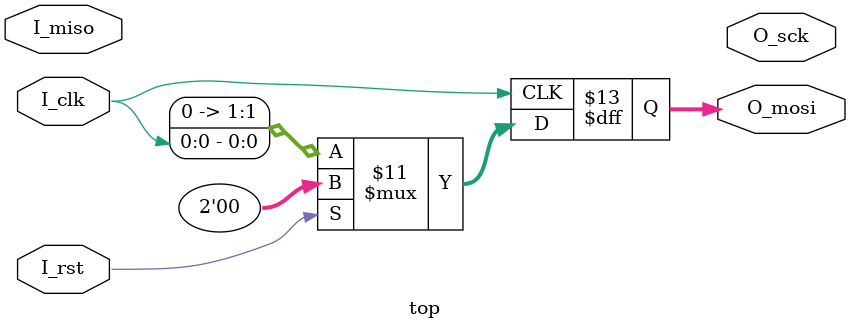
<source format=v>

module top (
	input I_clk,
	input I_rst,

	output reg [1:0] O_mosi,
	output reg [1:0] O_sck,
	input [1:0] I_miso
);

localparam ZERO = 2'b00;
localparam PLUS = 2'b01;
localparam MINUS = 2'b10;

reg [1:0] x;

always @(posedge I_clk) begin

	if (I_rst) begin
		O_mosi <= 0;
	end else begin
		O_mosi <= I_clk;
	end
end

always @(*) begin
	x <= ZERO;
	if (!I_rst) begin
		case (I_miso)
		PLUS: x <= PLUS;
		MINUS: x <= PLUS;
		default: x <= ZERO;
		endcase
	end	
end

endmodule


</source>
